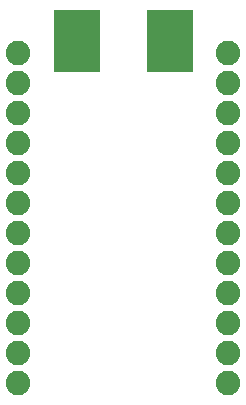
<source format=gbs>
G75*
G70*
%OFA0B0*%
%FSLAX24Y24*%
%IPPOS*%
%LPD*%
%AMOC8*
5,1,8,0,0,1.08239X$1,22.5*
%
%ADD10C,0.0820*%
%ADD11R,0.1580X0.2080*%
D10*
X001487Y001833D03*
X001487Y002833D03*
X001487Y003833D03*
X001487Y004833D03*
X001487Y005833D03*
X001487Y006833D03*
X001487Y007833D03*
X001487Y008833D03*
X001487Y009833D03*
X001487Y010833D03*
X001487Y011833D03*
X001487Y012833D03*
X008487Y012833D03*
X008487Y011833D03*
X008487Y010833D03*
X008487Y009833D03*
X008487Y008833D03*
X008487Y007833D03*
X008487Y006833D03*
X008487Y005833D03*
X008487Y004833D03*
X008487Y003833D03*
X008487Y002833D03*
X008487Y001833D03*
D11*
X006537Y013233D03*
X003437Y013233D03*
M02*

</source>
